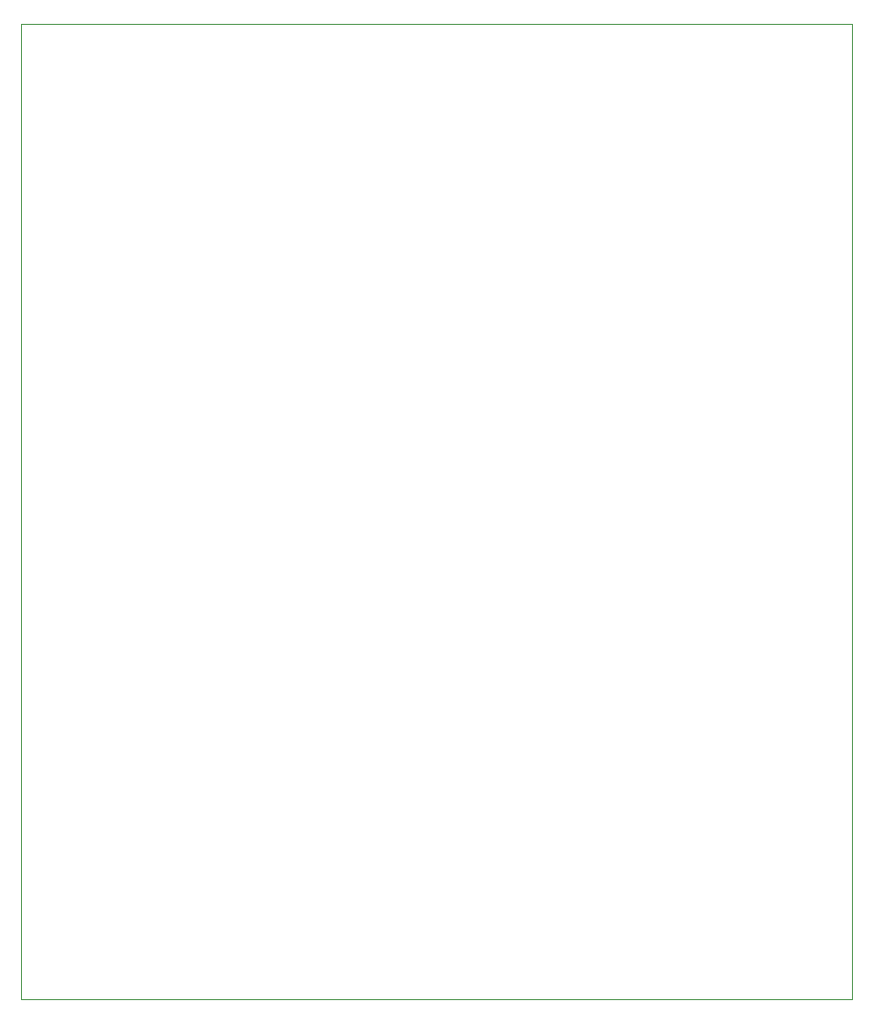
<source format=gbr>
G04 #@! TF.GenerationSoftware,KiCad,Pcbnew,(5.1.5)-3*
G04 #@! TF.CreationDate,2020-06-18T17:13:16-03:00*
G04 #@! TF.ProjectId,Energy_Meter,456e6572-6779-45f4-9d65-7465722e6b69,rev?*
G04 #@! TF.SameCoordinates,Original*
G04 #@! TF.FileFunction,Profile,NP*
%FSLAX46Y46*%
G04 Gerber Fmt 4.6, Leading zero omitted, Abs format (unit mm)*
G04 Created by KiCad (PCBNEW (5.1.5)-3) date 2020-06-18 17:13:16*
%MOMM*%
%LPD*%
G04 APERTURE LIST*
%ADD10C,0.050000*%
G04 APERTURE END LIST*
D10*
X77664000Y-140216000D02*
X77664000Y-53856000D01*
X151324000Y-140216000D02*
X77664000Y-140216000D01*
X151324000Y-53856000D02*
X151324000Y-140216000D01*
X77664000Y-53856000D02*
X151324000Y-53856000D01*
M02*

</source>
